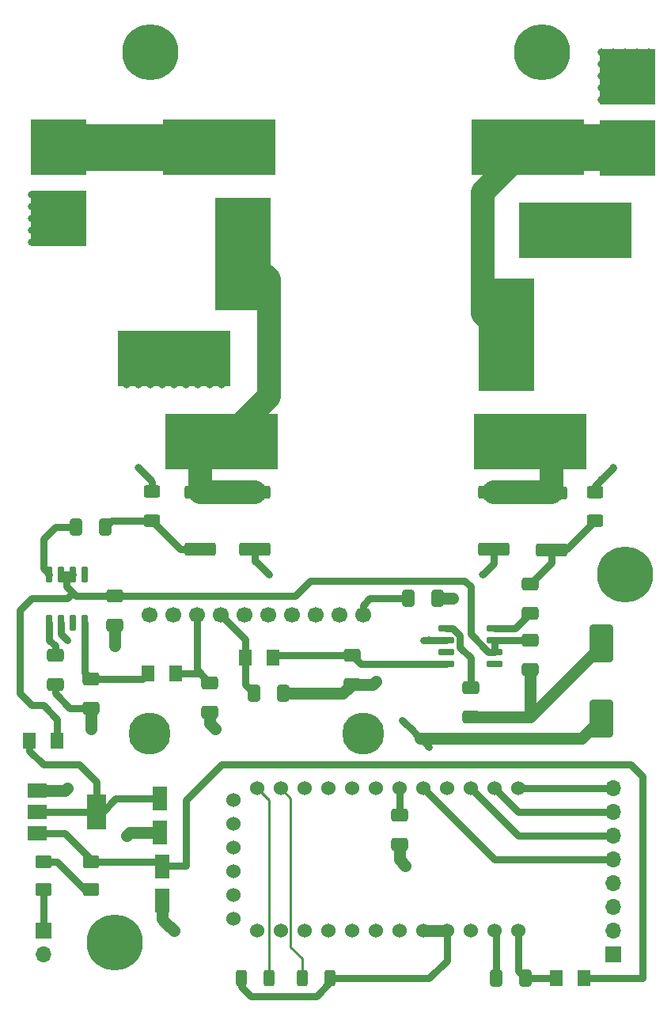
<source format=gbr>
%TF.GenerationSoftware,KiCad,Pcbnew,6.0.2+dfsg-1*%
%TF.CreationDate,2024-07-15T16:46:16+10:00*%
%TF.ProjectId,SWRBridge,53575242-7269-4646-9765-2e6b69636164,2*%
%TF.SameCoordinates,Original*%
%TF.FileFunction,Copper,L1,Top*%
%TF.FilePolarity,Positive*%
%FSLAX46Y46*%
G04 Gerber Fmt 4.6, Leading zero omitted, Abs format (unit mm)*
G04 Created by KiCad (PCBNEW 6.0.2+dfsg-1) date 2024-07-15 16:46:16*
%MOMM*%
%LPD*%
G01*
G04 APERTURE LIST*
G04 Aperture macros list*
%AMRoundRect*
0 Rectangle with rounded corners*
0 $1 Rounding radius*
0 $2 $3 $4 $5 $6 $7 $8 $9 X,Y pos of 4 corners*
0 Add a 4 corners polygon primitive as box body*
4,1,4,$2,$3,$4,$5,$6,$7,$8,$9,$2,$3,0*
0 Add four circle primitives for the rounded corners*
1,1,$1+$1,$2,$3*
1,1,$1+$1,$4,$5*
1,1,$1+$1,$6,$7*
1,1,$1+$1,$8,$9*
0 Add four rect primitives between the rounded corners*
20,1,$1+$1,$2,$3,$4,$5,0*
20,1,$1+$1,$4,$5,$6,$7,0*
20,1,$1+$1,$6,$7,$8,$9,0*
20,1,$1+$1,$8,$9,$2,$3,0*%
G04 Aperture macros list end*
%TA.AperFunction,SMDPad,CuDef*%
%ADD10R,6.000000X12.000000*%
%TD*%
%TA.AperFunction,SMDPad,CuDef*%
%ADD11R,12.000000X6.000000*%
%TD*%
%TA.AperFunction,SMDPad,CuDef*%
%ADD12RoundRect,0.250000X-0.650000X0.412500X-0.650000X-0.412500X0.650000X-0.412500X0.650000X0.412500X0*%
%TD*%
%TA.AperFunction,ComponentPad*%
%ADD13C,1.700000*%
%TD*%
%TA.AperFunction,ComponentPad*%
%ADD14C,4.500000*%
%TD*%
%TA.AperFunction,ComponentPad*%
%ADD15C,1.524000*%
%TD*%
%TA.AperFunction,SMDPad,CuDef*%
%ADD16RoundRect,0.250001X-0.462499X-0.624999X0.462499X-0.624999X0.462499X0.624999X-0.462499X0.624999X0*%
%TD*%
%TA.AperFunction,SMDPad,CuDef*%
%ADD17RoundRect,0.249999X0.412501X0.650001X-0.412501X0.650001X-0.412501X-0.650001X0.412501X-0.650001X0*%
%TD*%
%TA.AperFunction,SMDPad,CuDef*%
%ADD18RoundRect,0.249999X-0.650001X0.412501X-0.650001X-0.412501X0.650001X-0.412501X0.650001X0.412501X0*%
%TD*%
%TA.AperFunction,SMDPad,CuDef*%
%ADD19RoundRect,0.250000X-0.550000X1.050000X-0.550000X-1.050000X0.550000X-1.050000X0.550000X1.050000X0*%
%TD*%
%TA.AperFunction,SMDPad,CuDef*%
%ADD20RoundRect,0.249999X-0.412501X-0.650001X0.412501X-0.650001X0.412501X0.650001X-0.412501X0.650001X0*%
%TD*%
%TA.AperFunction,SMDPad,CuDef*%
%ADD21RoundRect,0.250000X1.000000X-1.750000X1.000000X1.750000X-1.000000X1.750000X-1.000000X-1.750000X0*%
%TD*%
%TA.AperFunction,SMDPad,CuDef*%
%ADD22RoundRect,0.250000X-0.625000X0.462500X-0.625000X-0.462500X0.625000X-0.462500X0.625000X0.462500X0*%
%TD*%
%TA.AperFunction,ComponentPad*%
%ADD23R,1.700000X1.700000*%
%TD*%
%TA.AperFunction,ComponentPad*%
%ADD24O,1.700000X1.700000*%
%TD*%
%TA.AperFunction,SMDPad,CuDef*%
%ADD25RoundRect,0.250000X0.625000X-0.462500X0.625000X0.462500X-0.625000X0.462500X-0.625000X-0.462500X0*%
%TD*%
%TA.AperFunction,SMDPad,CuDef*%
%ADD26RoundRect,0.250000X-0.462500X-0.625000X0.462500X-0.625000X0.462500X0.625000X-0.462500X0.625000X0*%
%TD*%
%TA.AperFunction,SMDPad,CuDef*%
%ADD27RoundRect,0.250000X0.462500X0.625000X-0.462500X0.625000X-0.462500X-0.625000X0.462500X-0.625000X0*%
%TD*%
%TA.AperFunction,SMDPad,CuDef*%
%ADD28RoundRect,0.249999X-1.425001X0.450001X-1.425001X-0.450001X1.425001X-0.450001X1.425001X0.450001X0*%
%TD*%
%TA.AperFunction,SMDPad,CuDef*%
%ADD29RoundRect,0.250000X0.625000X-0.400000X0.625000X0.400000X-0.625000X0.400000X-0.625000X-0.400000X0*%
%TD*%
%TA.AperFunction,SMDPad,CuDef*%
%ADD30RoundRect,0.249999X1.425001X-0.450001X1.425001X0.450001X-1.425001X0.450001X-1.425001X-0.450001X0*%
%TD*%
%TA.AperFunction,SMDPad,CuDef*%
%ADD31RoundRect,0.250000X-0.625000X0.400000X-0.625000X-0.400000X0.625000X-0.400000X0.625000X0.400000X0*%
%TD*%
%TA.AperFunction,SMDPad,CuDef*%
%ADD32RoundRect,0.150000X0.150000X-0.725000X0.150000X0.725000X-0.150000X0.725000X-0.150000X-0.725000X0*%
%TD*%
%TA.AperFunction,SMDPad,CuDef*%
%ADD33R,2.000000X1.500000*%
%TD*%
%TA.AperFunction,SMDPad,CuDef*%
%ADD34R,2.000000X3.800000*%
%TD*%
%TA.AperFunction,SMDPad,CuDef*%
%ADD35RoundRect,0.150000X-0.725000X-0.150000X0.725000X-0.150000X0.725000X0.150000X-0.725000X0.150000X0*%
%TD*%
%TA.AperFunction,SMDPad,CuDef*%
%ADD36R,6.000000X6.000000*%
%TD*%
%TA.AperFunction,SMDPad,CuDef*%
%ADD37RoundRect,0.250000X-0.312500X-0.625000X0.312500X-0.625000X0.312500X0.625000X-0.312500X0.625000X0*%
%TD*%
%TA.AperFunction,SMDPad,CuDef*%
%ADD38RoundRect,0.250000X-0.412500X-0.650000X0.412500X-0.650000X0.412500X0.650000X-0.412500X0.650000X0*%
%TD*%
%TA.AperFunction,SMDPad,CuDef*%
%ADD39RoundRect,0.250000X0.312500X0.625000X-0.312500X0.625000X-0.312500X-0.625000X0.312500X-0.625000X0*%
%TD*%
%TA.AperFunction,ViaPad*%
%ADD40C,0.800000*%
%TD*%
%TA.AperFunction,ViaPad*%
%ADD41C,6.000000*%
%TD*%
%TA.AperFunction,Conductor*%
%ADD42C,0.750000*%
%TD*%
%TA.AperFunction,Conductor*%
%ADD43C,1.250000*%
%TD*%
%TA.AperFunction,Conductor*%
%ADD44C,0.250000*%
%TD*%
%TA.AperFunction,Conductor*%
%ADD45C,2.500000*%
%TD*%
%TA.AperFunction,Conductor*%
%ADD46C,5.000000*%
%TD*%
G04 APERTURE END LIST*
D10*
%TO.P,T2,1,1*%
%TO.N,Net-(J3-Pad1)*%
X146050000Y-81026000D03*
D11*
%TO.P,T2,2,2*%
%TO.N,GND*%
X110490000Y-83566000D03*
%TO.P,T2,3,3*%
%TO.N,Net-(R4-Pad1)*%
X148590000Y-92456000D03*
%TO.P,T2,4,4*%
%TO.N,Net-(R1-Pad1)*%
X115570000Y-92456000D03*
%TD*%
D12*
%TO.P,C11,1*%
%TO.N,Net-(C11-Pad1)*%
X129540000Y-115277500D03*
%TO.P,C11,2*%
%TO.N,GND*%
X129540000Y-118402500D03*
%TD*%
D13*
%TO.P,U5,1,ADDR*%
%TO.N,GND*%
X120555000Y-110991500D03*
%TO.P,U5,2,ALERT/RDY*%
%TO.N,unconnected-(U5-Pad2)*%
X118015000Y-110991500D03*
%TO.P,U5,3,GND*%
%TO.N,GND*%
X128175000Y-110991500D03*
%TO.P,U5,4,AIN0*%
%TO.N,/Reverse*%
X115475000Y-110991500D03*
%TO.P,U5,5,AIN1*%
%TO.N,/Forward*%
X112935000Y-110991500D03*
%TO.P,U5,6,AIN2*%
%TO.N,unconnected-(U5-Pad6)*%
X110395000Y-110991500D03*
%TO.P,U5,7,AIN3*%
%TO.N,unconnected-(U5-Pad7)*%
X107855000Y-110991500D03*
%TO.P,U5,8,VDD*%
%TO.N,/3V3*%
X130715000Y-110991500D03*
%TO.P,U5,9,SDA*%
%TO.N,Net-(R8-Pad2)*%
X123095000Y-110991500D03*
%TO.P,U5,10,SCL*%
%TO.N,Net-(R7-Pad2)*%
X125635000Y-110991500D03*
D14*
%TO.P,U5,GND*%
%TO.N,N/C*%
X107855000Y-123691500D03*
X130715000Y-123691500D03*
%TD*%
D15*
%TO.P,U4,1,RXD*%
%TO.N,unconnected-(U4-Pad1)*%
X121920000Y-144780000D03*
%TO.P,U4,2,TXD*%
%TO.N,unconnected-(U4-Pad2)*%
X124460000Y-144780000D03*
%TO.P,U4,3,INT1PD3*%
%TO.N,unconnected-(U4-Pad3)*%
X127000000Y-144780000D03*
%TO.P,U4,4,PD4*%
%TO.N,unconnected-(U4-Pad4)*%
X129540000Y-144780000D03*
%TO.P,U4,5,PD5*%
%TO.N,unconnected-(U4-Pad5)*%
X132080000Y-144780000D03*
%TO.P,U4,6,PD6*%
%TO.N,unconnected-(U4-Pad6)*%
X134620000Y-144780000D03*
%TO.P,U4,8,PB0*%
%TO.N,/3V3*%
X137160000Y-144780000D03*
%TO.P,U4,9,PB1*%
%TO.N,/DisplayReset*%
X147320000Y-129540000D03*
%TO.P,U4,10,PB2SS*%
%TO.N,/DisplaySelect*%
X144780000Y-129540000D03*
%TO.P,U4,11,PB3MOSI*%
%TO.N,/Data*%
X142240000Y-129540000D03*
%TO.P,U4,12,PB4MISO*%
%TO.N,unconnected-(U4-Pad12)*%
X139700000Y-129540000D03*
%TO.P,U4,13,PB5SCK*%
%TO.N,/SCLK*%
X137160000Y-129540000D03*
%TO.P,U4,14,PC0A0*%
%TO.N,unconnected-(U4-Pad14)*%
X132080000Y-129540000D03*
%TO.P,U4,15,PC1A1*%
%TO.N,unconnected-(U4-Pad15)*%
X129540000Y-129540000D03*
%TO.P,U4,16,PC2A2*%
%TO.N,unconnected-(U4-Pad16)*%
X127000000Y-129540000D03*
%TO.P,U4,17,PC3A3*%
%TO.N,unconnected-(U4-Pad17)*%
X124460000Y-129540000D03*
%TO.P,U4,18,PC4A4SDA*%
%TO.N,Net-(R8-Pad2)*%
X121920000Y-129540000D03*
%TO.P,U4,19,PC5A5SCL*%
%TO.N,Net-(R7-Pad2)*%
X119380000Y-129540000D03*
%TO.P,U4,20,GND*%
%TO.N,GND*%
X116840000Y-130810000D03*
%TO.P,U4,21,GND*%
X116840000Y-133350000D03*
%TO.P,U4,22,VBUS*%
%TO.N,unconnected-(U4-Pad22)*%
X116840000Y-135890000D03*
%TO.P,U4,23,RXD*%
%TO.N,unconnected-(U4-Pad23)*%
X116840000Y-138430000D03*
%TO.P,U4,24,TXD*%
%TO.N,unconnected-(U4-Pad24)*%
X116840000Y-140970000D03*
%TO.P,U4,25,DTR/RTS*%
%TO.N,unconnected-(U4-Pad25)*%
X116840000Y-143510000D03*
%TO.P,U4,26,RESET*%
%TO.N,unconnected-(U4-Pad26)*%
X119380000Y-144780000D03*
%TO.P,U4,27,3V3*%
%TO.N,/3V3*%
X139700000Y-144780000D03*
%TO.P,U4,28,VBUS*%
%TO.N,unconnected-(U4-Pad28)*%
X142240000Y-144780000D03*
%TO.P,U4,29,GND*%
%TO.N,GND*%
X144780000Y-144780000D03*
%TO.P,U4,30,VBAT*%
%TO.N,Net-(C13-Pad1)*%
X147320000Y-144780000D03*
%TO.P,U4,31,AREF*%
%TO.N,Net-(C14-Pad1)*%
X134620000Y-129540000D03*
%TD*%
D12*
%TO.P,C7,1*%
%TO.N,/Forward*%
X114300000Y-118224000D03*
%TO.P,C7,2*%
%TO.N,GND*%
X114300000Y-121349000D03*
%TD*%
D16*
%TO.P,L2,1,1*%
%TO.N,Net-(C5-Pad1)*%
X107732500Y-117246500D03*
%TO.P,L2,2,2*%
%TO.N,/Forward*%
X110707500Y-117246500D03*
%TD*%
D17*
%TO.P,C1,1*%
%TO.N,Net-(C1-Pad1)*%
X103162500Y-101600000D03*
%TO.P,C1,2*%
%TO.N,Net-(C1-Pad2)*%
X100037500Y-101600000D03*
%TD*%
D18*
%TO.P,C2,1*%
%TO.N,Net-(C2-Pad1)*%
X97790000Y-115277500D03*
%TO.P,C2,2*%
%TO.N,GND*%
X97790000Y-118402500D03*
%TD*%
D19*
%TO.P,C3,1*%
%TO.N,Net-(C3-Pad1)*%
X109220000Y-137900000D03*
%TO.P,C3,2*%
%TO.N,GND*%
X109220000Y-141500000D03*
%TD*%
D18*
%TO.P,C4,1*%
%TO.N,+5V*%
X104140000Y-108927500D03*
%TO.P,C4,2*%
%TO.N,GND*%
X104140000Y-112052500D03*
%TD*%
%TO.P,C5,1*%
%TO.N,Net-(C5-Pad1)*%
X101600000Y-117817500D03*
%TO.P,C5,2*%
%TO.N,GND*%
X101600000Y-120942500D03*
%TD*%
%TO.P,C6,1*%
%TO.N,Net-(C6-Pad1)*%
X148590000Y-107657500D03*
%TO.P,C6,2*%
%TO.N,Net-(C6-Pad2)*%
X148590000Y-110782500D03*
%TD*%
D19*
%TO.P,C8,1*%
%TO.N,Net-(C8-Pad1)*%
X108966000Y-130661000D03*
%TO.P,C8,2*%
%TO.N,GND*%
X108966000Y-134261000D03*
%TD*%
D18*
%TO.P,C9,1*%
%TO.N,Net-(C9-Pad1)*%
X142240000Y-118795000D03*
%TO.P,C9,2*%
%TO.N,GND*%
X142240000Y-121920000D03*
%TD*%
%TO.P,C10,1*%
%TO.N,+5V*%
X148590000Y-113715000D03*
%TO.P,C10,2*%
%TO.N,GND*%
X148590000Y-116840000D03*
%TD*%
D20*
%TO.P,C12,1*%
%TO.N,/Reverse*%
X119087500Y-119380000D03*
%TO.P,C12,2*%
%TO.N,GND*%
X122212500Y-119380000D03*
%TD*%
D17*
%TO.P,C13,1*%
%TO.N,Net-(C13-Pad1)*%
X148125000Y-149860000D03*
%TO.P,C13,2*%
%TO.N,GND*%
X145000000Y-149860000D03*
%TD*%
D18*
%TO.P,C14,1*%
%TO.N,Net-(C14-Pad1)*%
X134620000Y-132422500D03*
%TO.P,C14,2*%
%TO.N,GND*%
X134620000Y-135547500D03*
%TD*%
D21*
%TO.P,C15,1*%
%TO.N,/3V3*%
X156210000Y-122046500D03*
%TO.P,C15,2*%
%TO.N,GND*%
X156210000Y-114046500D03*
%TD*%
D22*
%TO.P,D1,1,K*%
%TO.N,Net-(D1-Pad1)*%
X96520000Y-137387000D03*
%TO.P,D1,2,A*%
%TO.N,Net-(D1-Pad2)*%
X96520000Y-140362000D03*
%TD*%
D23*
%TO.P,J1,1,Pin_1*%
%TO.N,Net-(D1-Pad2)*%
X96520000Y-144780000D03*
D24*
%TO.P,J1,2,Pin_2*%
%TO.N,GND*%
X96520000Y-147320000D03*
%TD*%
D23*
%TO.P,J4,1,Pin_1*%
%TO.N,GND*%
X157543500Y-147320000D03*
D24*
%TO.P,J4,2,Pin_2*%
%TO.N,/3V3*%
X157543500Y-144780000D03*
%TO.P,J4,3,Pin_3*%
%TO.N,unconnected-(J4-Pad3)*%
X157543500Y-142240000D03*
%TO.P,J4,4,Pin_4*%
%TO.N,/3V3*%
X157543500Y-139700000D03*
%TO.P,J4,5,Pin_5*%
%TO.N,/SCLK*%
X157543500Y-137160000D03*
%TO.P,J4,6,Pin_6*%
%TO.N,/Data*%
X157543500Y-134620000D03*
%TO.P,J4,7,Pin_7*%
%TO.N,/DisplaySelect*%
X157543500Y-132080000D03*
%TO.P,J4,8,Pin_8*%
%TO.N,/DisplayReset*%
X157543500Y-129540000D03*
%TD*%
D25*
%TO.P,L1,1,1*%
%TO.N,Net-(D1-Pad1)*%
X101600000Y-140362000D03*
%TO.P,L1,2,2*%
%TO.N,Net-(C3-Pad1)*%
X101600000Y-137387000D03*
%TD*%
D26*
%TO.P,L3,1,1*%
%TO.N,Net-(C8-Pad1)*%
X95032500Y-124460000D03*
%TO.P,L3,2,2*%
%TO.N,+5V*%
X98007500Y-124460000D03*
%TD*%
D27*
%TO.P,L4,1,1*%
%TO.N,Net-(C3-Pad1)*%
X154400000Y-149860000D03*
%TO.P,L4,2,2*%
%TO.N,Net-(C13-Pad1)*%
X151425000Y-149860000D03*
%TD*%
%TO.P,L5,1,1*%
%TO.N,Net-(C11-Pad1)*%
X121085000Y-115570000D03*
%TO.P,L5,2,2*%
%TO.N,/Reverse*%
X118110000Y-115570000D03*
%TD*%
D28*
%TO.P,R1,1*%
%TO.N,Net-(R1-Pad1)*%
X119189500Y-97851500D03*
%TO.P,R1,2*%
%TO.N,GND*%
X119189500Y-103951500D03*
%TD*%
D29*
%TO.P,R2,1*%
%TO.N,Net-(C1-Pad1)*%
X108140500Y-100901500D03*
%TO.P,R2,2*%
%TO.N,GND*%
X108140500Y-97801500D03*
%TD*%
D28*
%TO.P,R3,1*%
%TO.N,Net-(R1-Pad1)*%
X113284000Y-97851500D03*
%TO.P,R3,2*%
%TO.N,Net-(C1-Pad1)*%
X113284000Y-103951500D03*
%TD*%
%TO.P,R4,1*%
%TO.N,Net-(R4-Pad1)*%
X150876000Y-97915000D03*
%TO.P,R4,2*%
%TO.N,Net-(C6-Pad1)*%
X150876000Y-104015000D03*
%TD*%
D30*
%TO.P,R5,1*%
%TO.N,GND*%
X144716500Y-103951500D03*
%TO.P,R5,2*%
%TO.N,Net-(R4-Pad1)*%
X144716500Y-97851500D03*
%TD*%
D31*
%TO.P,R6,1*%
%TO.N,GND*%
X155575000Y-97827500D03*
%TO.P,R6,2*%
%TO.N,Net-(C6-Pad1)*%
X155575000Y-100927500D03*
%TD*%
D10*
%TO.P,T1,1,1*%
%TO.N,Net-(R1-Pad1)*%
X117919500Y-72326500D03*
D11*
%TO.P,T1,2,2*%
%TO.N,GND*%
X153479500Y-69786500D03*
%TO.P,T1,3,3*%
%TO.N,Net-(J2-Pad1)*%
X115379500Y-60896500D03*
%TO.P,T1,4,4*%
%TO.N,Net-(J3-Pad1)*%
X148399500Y-60896500D03*
%TD*%
D32*
%TO.P,U1,1,INM*%
%TO.N,Net-(C2-Pad1)*%
X97155000Y-111795000D03*
%TO.P,U1,2,COM*%
%TO.N,GND*%
X98425000Y-111795000D03*
%TO.P,U1,3,OFS*%
%TO.N,unconnected-(U1-Pad3)*%
X99695000Y-111795000D03*
%TO.P,U1,4,OUT*%
%TO.N,Net-(C5-Pad1)*%
X100965000Y-111795000D03*
%TO.P,U1,5*%
%TO.N,N/C*%
X100965000Y-106645000D03*
%TO.P,U1,6,ENB*%
%TO.N,+5V*%
X99695000Y-106645000D03*
%TO.P,U1,7,VPS*%
X98425000Y-106645000D03*
%TO.P,U1,8,INP*%
%TO.N,Net-(C1-Pad2)*%
X97155000Y-106645000D03*
%TD*%
D33*
%TO.P,U2,1,GND*%
%TO.N,GND*%
X95910000Y-129780000D03*
%TO.P,U2,2,VO*%
%TO.N,Net-(C8-Pad1)*%
X95910000Y-132080000D03*
D34*
X102210000Y-132080000D03*
D33*
%TO.P,U2,3,VI*%
%TO.N,Net-(C3-Pad1)*%
X95910000Y-134380000D03*
%TD*%
D35*
%TO.P,U3,1,INM*%
%TO.N,Net-(C9-Pad1)*%
X139665000Y-112395000D03*
%TO.P,U3,2,COM*%
%TO.N,GND*%
X139665000Y-113665000D03*
%TO.P,U3,3,OFS*%
%TO.N,unconnected-(U3-Pad3)*%
X139665000Y-114935000D03*
%TO.P,U3,4,OUT*%
%TO.N,Net-(C11-Pad1)*%
X139665000Y-116205000D03*
%TO.P,U3,5*%
%TO.N,N/C*%
X144815000Y-116205000D03*
%TO.P,U3,6,ENB*%
%TO.N,+5V*%
X144815000Y-114935000D03*
%TO.P,U3,7,VPS*%
X144815000Y-113665000D03*
%TO.P,U3,8,INP*%
%TO.N,Net-(C6-Pad2)*%
X144815000Y-112395000D03*
%TD*%
D36*
%TO.P,J2,1,In*%
%TO.N,Net-(J2-Pad1)*%
X98171000Y-60960000D03*
%TO.P,J2,2,Ext*%
%TO.N,GND*%
X98171000Y-68580000D03*
%TD*%
%TO.P,J3,1,In*%
%TO.N,Net-(J3-Pad1)*%
X159004000Y-61023500D03*
%TO.P,J3,2,Ext*%
%TO.N,GND*%
X159004000Y-53403500D03*
%TD*%
D37*
%TO.P,R7,1*%
%TO.N,/3V3*%
X117725000Y-149860000D03*
%TO.P,R7,2*%
%TO.N,Net-(R7-Pad2)*%
X120650000Y-149860000D03*
%TD*%
D38*
%TO.P,C16,1*%
%TO.N,/3V3*%
X135597500Y-109220000D03*
%TO.P,C16,2*%
%TO.N,GND*%
X138722500Y-109220000D03*
%TD*%
D39*
%TO.P,R8,1*%
%TO.N,/3V3*%
X127192500Y-149860000D03*
%TO.P,R8,2*%
%TO.N,Net-(R8-Pad2)*%
X124267500Y-149860000D03*
%TD*%
D40*
%TO.N,GND*%
X134620000Y-137160000D03*
X135255000Y-137795000D03*
X110490000Y-144780000D03*
X109537500Y-143827500D03*
X105410000Y-134620000D03*
X106404000Y-134261000D03*
X97550000Y-129780000D03*
X99060000Y-129540000D03*
X99060000Y-113665000D03*
X99352500Y-120942500D03*
X137795000Y-113665000D03*
X140335000Y-109220000D03*
X104140000Y-114300000D03*
X101600000Y-123190000D03*
X114935000Y-123190000D03*
X132080000Y-118110000D03*
X145415000Y-121920000D03*
X143510000Y-121920000D03*
X148590000Y-118745000D03*
X148590000Y-121920000D03*
X150177500Y-120332500D03*
%TO.N,/3V3*%
X137160000Y-124460000D03*
X136525000Y-123825000D03*
X135890000Y-123190000D03*
X135255000Y-122555000D03*
D41*
%TO.N,*%
X149860000Y-50800000D03*
X158750000Y-106680000D03*
X107950000Y-50800000D03*
X104140000Y-146050000D03*
D40*
%TO.N,GND*%
X107950000Y-86360000D03*
X119380000Y-105410000D03*
X96520000Y-66040000D03*
X113030000Y-85090000D03*
X160020000Y-54610000D03*
X106680000Y-95250000D03*
X99060000Y-71120000D03*
X95250000Y-68580000D03*
X144716500Y-105473500D03*
X111760000Y-81280000D03*
X115570000Y-81280000D03*
X97790000Y-68580000D03*
X157480000Y-95250000D03*
X156210000Y-68580000D03*
X156210000Y-54610000D03*
X156210000Y-72390000D03*
X151130000Y-68580000D03*
X158750000Y-54610000D03*
X97790000Y-71120000D03*
X99060000Y-66040000D03*
X158750000Y-71120000D03*
X148590000Y-68580000D03*
X99060000Y-69850000D03*
X158750000Y-50800000D03*
X156210000Y-67310000D03*
X148590000Y-67310000D03*
X157480000Y-54610000D03*
X151130000Y-72390000D03*
X95250000Y-67310000D03*
X152400000Y-72390000D03*
X161290000Y-52070000D03*
X161290000Y-53340000D03*
X156210000Y-55880000D03*
X105410000Y-83820000D03*
X100330000Y-69850000D03*
X113030000Y-81280000D03*
X114300000Y-81280000D03*
X160020000Y-53340000D03*
X148590000Y-72390000D03*
X95250000Y-71120000D03*
X149860000Y-72390000D03*
X143510000Y-106680000D03*
X106680000Y-81280000D03*
X151130000Y-71120000D03*
X110490000Y-86360000D03*
X107950000Y-81280000D03*
X160020000Y-55880000D03*
X154940000Y-67310000D03*
X158750000Y-67310000D03*
X153670000Y-68580000D03*
X161290000Y-50800000D03*
X97790000Y-69850000D03*
X95250000Y-66040000D03*
X154940000Y-72390000D03*
X97790000Y-67310000D03*
X109220000Y-86360000D03*
X161290000Y-55880000D03*
X115570000Y-82550000D03*
X100330000Y-67310000D03*
X152400000Y-67310000D03*
X158750000Y-68580000D03*
X157480000Y-52070000D03*
X110490000Y-82550000D03*
X105410000Y-86360000D03*
X97790000Y-66040000D03*
X157480000Y-72390000D03*
X158750000Y-53340000D03*
X115570000Y-85090000D03*
X149860000Y-67310000D03*
X115570000Y-83820000D03*
X156210000Y-71120000D03*
X157480000Y-53340000D03*
X96520000Y-68580000D03*
X99060000Y-67310000D03*
X151130000Y-67310000D03*
X148590000Y-71120000D03*
X96520000Y-71120000D03*
X107950000Y-85090000D03*
X96520000Y-69850000D03*
X161290000Y-54610000D03*
X106680000Y-86360000D03*
X153670000Y-71120000D03*
X99060000Y-68580000D03*
X96520000Y-67310000D03*
X158750000Y-69850000D03*
X100330000Y-66040000D03*
X158750000Y-52070000D03*
X114300000Y-86360000D03*
X153670000Y-72390000D03*
X156210000Y-53340000D03*
X148590000Y-69850000D03*
X107950000Y-96520000D03*
X158750000Y-55880000D03*
X160020000Y-52070000D03*
X120650000Y-106680000D03*
X160020000Y-50800000D03*
X156210000Y-50800000D03*
X110490000Y-81280000D03*
X105410000Y-85090000D03*
X157480000Y-55880000D03*
X113030000Y-86360000D03*
X156210000Y-52070000D03*
X156210000Y-96520000D03*
X111760000Y-86360000D03*
X100330000Y-68580000D03*
X157480000Y-67310000D03*
X110490000Y-85090000D03*
X158750000Y-72390000D03*
X105410000Y-82550000D03*
X95250000Y-69850000D03*
X107950000Y-82550000D03*
X113030000Y-82550000D03*
X157480000Y-50800000D03*
X115570000Y-86360000D03*
X153670000Y-67310000D03*
X109220000Y-81280000D03*
X105410000Y-81280000D03*
X100330000Y-71120000D03*
%TD*%
D42*
%TO.N,/3V3*%
X136842500Y-124142500D02*
X136525000Y-123825000D01*
X137160000Y-124460000D02*
X136842500Y-124142500D01*
D43*
X154114000Y-124142500D02*
X156210000Y-122046500D01*
X136842500Y-124142500D02*
X154114000Y-124142500D01*
%TO.N,GND*%
X150177500Y-120332500D02*
X156210000Y-114300000D01*
X156210000Y-114300000D02*
X156210000Y-114046500D01*
%TO.N,/3V3*%
X137160000Y-144780000D02*
X139700000Y-144780000D01*
D42*
%TO.N,/DisplaySelect*%
X144780000Y-129540000D02*
X147320000Y-132080000D01*
X147320000Y-132080000D02*
X157543500Y-132080000D01*
D43*
%TO.N,GND*%
X134620000Y-137160000D02*
X135255000Y-137795000D01*
X134620000Y-135547500D02*
X134620000Y-137160000D01*
X109537500Y-143827500D02*
X110490000Y-144780000D01*
X106404000Y-134261000D02*
X105769000Y-134261000D01*
X109220000Y-143510000D02*
X109537500Y-143827500D01*
X109220000Y-141500000D02*
X109220000Y-143510000D01*
X105769000Y-134261000D02*
X105410000Y-134620000D01*
X108966000Y-134261000D02*
X106404000Y-134261000D01*
X97550000Y-129780000D02*
X98820000Y-129780000D01*
X98820000Y-129780000D02*
X99060000Y-129540000D01*
X95910000Y-129780000D02*
X97550000Y-129780000D01*
D42*
X98425000Y-113030000D02*
X99060000Y-113665000D01*
X98425000Y-111795000D02*
X98425000Y-113030000D01*
X97790000Y-118402500D02*
X97790000Y-119380000D01*
X97790000Y-119380000D02*
X99352500Y-120942500D01*
X99352500Y-120942500D02*
X101600000Y-120942500D01*
X137795000Y-113665000D02*
X137160000Y-113665000D01*
X139665000Y-113665000D02*
X137795000Y-113665000D01*
D43*
X101600000Y-120942500D02*
X101600000Y-123190000D01*
X104140000Y-112052500D02*
X104140000Y-114300000D01*
X114300000Y-122555000D02*
X114935000Y-123190000D01*
X114300000Y-121349000D02*
X114300000Y-122555000D01*
X122212500Y-119380000D02*
X128562500Y-119380000D01*
X128562500Y-119380000D02*
X129540000Y-118402500D01*
X131787500Y-118402500D02*
X132080000Y-118110000D01*
X129540000Y-118402500D02*
X131787500Y-118402500D01*
X138722500Y-109220000D02*
X140335000Y-109220000D01*
X145415000Y-121920000D02*
X143510000Y-121920000D01*
X143510000Y-121920000D02*
X142240000Y-121920000D01*
X148590000Y-118745000D02*
X148590000Y-121920000D01*
X150177500Y-120332500D02*
X148590000Y-121920000D01*
X148590000Y-116840000D02*
X148590000Y-118745000D01*
X148590000Y-121920000D02*
X145415000Y-121920000D01*
D42*
%TO.N,Net-(C14-Pad1)*%
X134620000Y-129540000D02*
X134620000Y-132422500D01*
%TO.N,/3V3*%
X136525000Y-123825000D02*
X135890000Y-123190000D01*
X135890000Y-123190000D02*
X135255000Y-122555000D01*
X135255000Y-122555000D02*
X134937500Y-122237500D01*
X137795000Y-125095000D02*
X137160000Y-124460000D01*
%TO.N,/SCLK*%
X137160000Y-129540000D02*
X144780000Y-137160000D01*
X144780000Y-137160000D02*
X157543500Y-137160000D01*
%TO.N,/Data*%
X142240000Y-129540000D02*
X147320000Y-134620000D01*
X147320000Y-134620000D02*
X157543500Y-134620000D01*
%TO.N,/DisplayReset*%
X147320000Y-129540000D02*
X157543500Y-129540000D01*
%TO.N,Net-(C13-Pad1)*%
X147320000Y-144780000D02*
X147320000Y-149055000D01*
X147320000Y-149055000D02*
X148125000Y-149860000D01*
%TO.N,GND*%
X145000000Y-149860000D02*
X145000000Y-145000000D01*
X145000000Y-145000000D02*
X144780000Y-144780000D01*
%TO.N,Net-(C13-Pad1)*%
X151425000Y-149860000D02*
X148125000Y-149860000D01*
%TO.N,Net-(C3-Pad1)*%
X109220000Y-137900000D02*
X109325000Y-137795000D01*
X109325000Y-137795000D02*
X111760000Y-137795000D01*
X111760000Y-137795000D02*
X111760000Y-130810000D01*
X111760000Y-130810000D02*
X115570000Y-127000000D01*
X115570000Y-127000000D02*
X159385000Y-127000000D01*
X159385000Y-127000000D02*
X160655000Y-128270000D01*
X160655000Y-128270000D02*
X160655000Y-149860000D01*
X160655000Y-149860000D02*
X154400000Y-149860000D01*
X101600000Y-137387000D02*
X108707000Y-137387000D01*
X108707000Y-137387000D02*
X109220000Y-137900000D01*
D44*
%TO.N,Net-(R7-Pad2)*%
X120650000Y-149860000D02*
X120650000Y-130810000D01*
X120650000Y-130810000D02*
X119380000Y-129540000D01*
%TO.N,Net-(R8-Pad2)*%
X124267500Y-149860000D02*
X124267500Y-147763962D01*
X124267500Y-147763962D02*
X123006511Y-146502973D01*
X123006511Y-146502973D02*
X123006511Y-130626511D01*
X123006511Y-130626511D02*
X121920000Y-129540000D01*
D42*
%TO.N,/3V3*%
X125730000Y-151765000D02*
X118745000Y-151765000D01*
X117725000Y-150745000D02*
X117725000Y-149860000D01*
X127192500Y-149860000D02*
X127192500Y-150302500D01*
X127192500Y-150302500D02*
X125730000Y-151765000D01*
X118745000Y-151765000D02*
X117725000Y-150745000D01*
X139700000Y-147955000D02*
X137795000Y-149860000D01*
X139700000Y-144780000D02*
X139700000Y-147955000D01*
X137795000Y-149860000D02*
X127192500Y-149860000D01*
X130715000Y-109950000D02*
X131445000Y-109220000D01*
X130715000Y-110991500D02*
X130715000Y-109950000D01*
X131445000Y-109220000D02*
X135597500Y-109220000D01*
%TO.N,+5V*%
X144815000Y-114935000D02*
X144145000Y-114935000D01*
X125095000Y-107315000D02*
X123482500Y-108927500D01*
X144145000Y-114935000D02*
X142240000Y-113030000D01*
X141605000Y-107315000D02*
X125095000Y-107315000D01*
X142240000Y-113030000D02*
X142240000Y-107950000D01*
X142240000Y-107950000D02*
X141605000Y-107315000D01*
X123482500Y-108927500D02*
X104140000Y-108927500D01*
%TO.N,Net-(C9-Pad1)*%
X141114520Y-114444520D02*
X142240000Y-115570000D01*
X141114520Y-113214894D02*
X141114520Y-114444520D01*
X140294626Y-112395000D02*
X141114520Y-113214894D01*
X142240000Y-115570000D02*
X142240000Y-118795000D01*
X139665000Y-112395000D02*
X140294626Y-112395000D01*
%TO.N,+5V*%
X100037500Y-108927500D02*
X99695000Y-108585000D01*
X99695000Y-108585000D02*
X99025000Y-107915000D01*
X93980000Y-119380000D02*
X93980000Y-110490000D01*
X98007500Y-124460000D02*
X98007500Y-122137500D01*
X98007500Y-122137500D02*
X96520000Y-120650000D01*
X96520000Y-120650000D02*
X95250000Y-120650000D01*
X95250000Y-120650000D02*
X93980000Y-119380000D01*
X93980000Y-110490000D02*
X95250000Y-109220000D01*
X95250000Y-109220000D02*
X99060000Y-109220000D01*
X99060000Y-109220000D02*
X99695000Y-108585000D01*
%TO.N,Net-(C2-Pad1)*%
X97155000Y-113665000D02*
X97790000Y-114300000D01*
X97790000Y-114300000D02*
X97790000Y-115277500D01*
%TO.N,Net-(C8-Pad1)*%
X100330000Y-127000000D02*
X96520000Y-127000000D01*
X102210000Y-132080000D02*
X102210000Y-128880000D01*
X95032500Y-125512500D02*
X95032500Y-124460000D01*
X102210000Y-128880000D02*
X100330000Y-127000000D01*
X96520000Y-127000000D02*
X95032500Y-125512500D01*
X102210000Y-132080000D02*
X102870000Y-132080000D01*
X102870000Y-132080000D02*
X104289000Y-130661000D01*
X104289000Y-130661000D02*
X108966000Y-130661000D01*
X95910000Y-132080000D02*
X102210000Y-132080000D01*
%TO.N,Net-(C3-Pad1)*%
X101600000Y-137387000D02*
X101600000Y-137160000D01*
X101600000Y-137160000D02*
X98820000Y-134380000D01*
X98820000Y-134380000D02*
X95910000Y-134380000D01*
%TO.N,Net-(D1-Pad1)*%
X96520000Y-137387000D02*
X98017000Y-137387000D01*
X98017000Y-137387000D02*
X100992000Y-140362000D01*
X100992000Y-140362000D02*
X101600000Y-140362000D01*
%TO.N,Net-(D1-Pad2)*%
X96520000Y-144780000D02*
X96520000Y-140362000D01*
%TO.N,Net-(C2-Pad1)*%
X97155000Y-111795000D02*
X97155000Y-113665000D01*
%TO.N,+5V*%
X98425000Y-106645000D02*
X99025000Y-106645000D01*
X99025000Y-106645000D02*
X99695000Y-106645000D01*
X104140000Y-108927500D02*
X100037500Y-108927500D01*
X99025000Y-107915000D02*
X99025000Y-106645000D01*
X144815000Y-113665000D02*
X144815000Y-114935000D01*
%TO.N,/Forward*%
X114300000Y-118224000D02*
X112935000Y-116859000D01*
X112935000Y-116859000D02*
X112935000Y-110991500D01*
X110707500Y-117246500D02*
X113322500Y-117246500D01*
X113322500Y-117246500D02*
X114300000Y-118224000D01*
%TO.N,Net-(C5-Pad1)*%
X100965000Y-111795000D02*
X100965000Y-117182500D01*
X100965000Y-117182500D02*
X101600000Y-117817500D01*
%TO.N,/Reverse*%
X118110000Y-115570000D02*
X118110000Y-113626500D01*
X118110000Y-113626500D02*
X115475000Y-110991500D01*
X118110000Y-115570000D02*
X118110000Y-118402500D01*
X118110000Y-118402500D02*
X119087500Y-119380000D01*
%TO.N,Net-(C11-Pad1)*%
X129540000Y-115277500D02*
X121377500Y-115277500D01*
X121377500Y-115277500D02*
X121085000Y-115570000D01*
X139665000Y-116205000D02*
X130467500Y-116205000D01*
X130467500Y-116205000D02*
X129540000Y-115277500D01*
%TO.N,Net-(C5-Pad1)*%
X101600000Y-117817500D02*
X107161500Y-117817500D01*
X107161500Y-117817500D02*
X107732500Y-117246500D01*
%TO.N,+5V*%
X144815000Y-113665000D02*
X148540000Y-113665000D01*
X148540000Y-113665000D02*
X148590000Y-113715000D01*
%TO.N,Net-(C6-Pad2)*%
X144815000Y-112395000D02*
X146977500Y-112395000D01*
X146977500Y-112395000D02*
X148590000Y-110782500D01*
%TO.N,Net-(C6-Pad1)*%
X150876000Y-103951500D02*
X150876000Y-105371500D01*
X150876000Y-105371500D02*
X148590000Y-107657500D01*
%TO.N,Net-(C1-Pad2)*%
X100037500Y-101600000D02*
X97790000Y-101600000D01*
X97790000Y-101600000D02*
X96520000Y-102870000D01*
X96520000Y-102870000D02*
X96520000Y-106010000D01*
X96520000Y-106010000D02*
X97155000Y-106645000D01*
%TO.N,Net-(C1-Pad1)*%
X108140500Y-100901500D02*
X103861000Y-100901500D01*
X103861000Y-100901500D02*
X103162500Y-101600000D01*
D45*
%TO.N,Net-(R4-Pad1)*%
X144716500Y-97851500D02*
X150876000Y-97851500D01*
X150876000Y-97851500D02*
X150876000Y-94742000D01*
X150876000Y-94742000D02*
X148590000Y-92456000D01*
%TO.N,Net-(R1-Pad1)*%
X120650000Y-87630000D02*
X120650000Y-75057000D01*
X115824000Y-92456000D02*
X120650000Y-87630000D01*
X113284000Y-94742000D02*
X115570000Y-92456000D01*
X120650000Y-75057000D02*
X117919500Y-72326500D01*
X115570000Y-92456000D02*
X115824000Y-92456000D01*
X113284000Y-97851500D02*
X113284000Y-94742000D01*
X113284000Y-97851500D02*
X119189500Y-97851500D01*
%TO.N,Net-(J3-Pad1)*%
X143510000Y-78740000D02*
X143510000Y-65786000D01*
X146050000Y-81026000D02*
X145796000Y-81026000D01*
D46*
X158877000Y-60896500D02*
X159004000Y-61023500D01*
X148399500Y-60896500D02*
X158877000Y-60896500D01*
D45*
X143510000Y-65786000D02*
X148399500Y-60896500D01*
X145796000Y-81026000D02*
X143510000Y-78740000D01*
D46*
%TO.N,Net-(J2-Pad1)*%
X98234500Y-60896500D02*
X115379500Y-60896500D01*
X98171000Y-60960000D02*
X98234500Y-60896500D01*
D42*
%TO.N,Net-(C6-Pad1)*%
X150876000Y-103951500D02*
X152551000Y-103951500D01*
X152551000Y-103951500D02*
X155575000Y-100927500D01*
%TO.N,Net-(C1-Pad1)*%
X113284000Y-103951500D02*
X111190500Y-103951500D01*
X111190500Y-103951500D02*
X108140500Y-100901500D01*
%TO.N,GND*%
X157480000Y-95250000D02*
X157480000Y-95250000D01*
X156210000Y-96520000D02*
X157480000Y-95250000D01*
X106680000Y-95250000D02*
X106680000Y-95250000D01*
X107950000Y-96520000D02*
X106680000Y-95250000D01*
X144716500Y-105473500D02*
X144716500Y-105473500D01*
X143510000Y-106680000D02*
X143510000Y-106680000D01*
X120650000Y-106680000D02*
X120650000Y-106680000D01*
X119380000Y-105410000D02*
X120650000Y-106680000D01*
X155575000Y-97827500D02*
X155575000Y-97155000D01*
X108140500Y-97801500D02*
X108140500Y-96710500D01*
X119189500Y-105219500D02*
X119380000Y-105410000D01*
X144716500Y-103951500D02*
X144716500Y-105473500D01*
X144716500Y-105473500D02*
X143510000Y-106680000D01*
X155575000Y-97155000D02*
X156210000Y-96520000D01*
X108140500Y-96710500D02*
X107950000Y-96520000D01*
X119189500Y-103951500D02*
X119189500Y-105219500D01*
%TD*%
M02*

</source>
